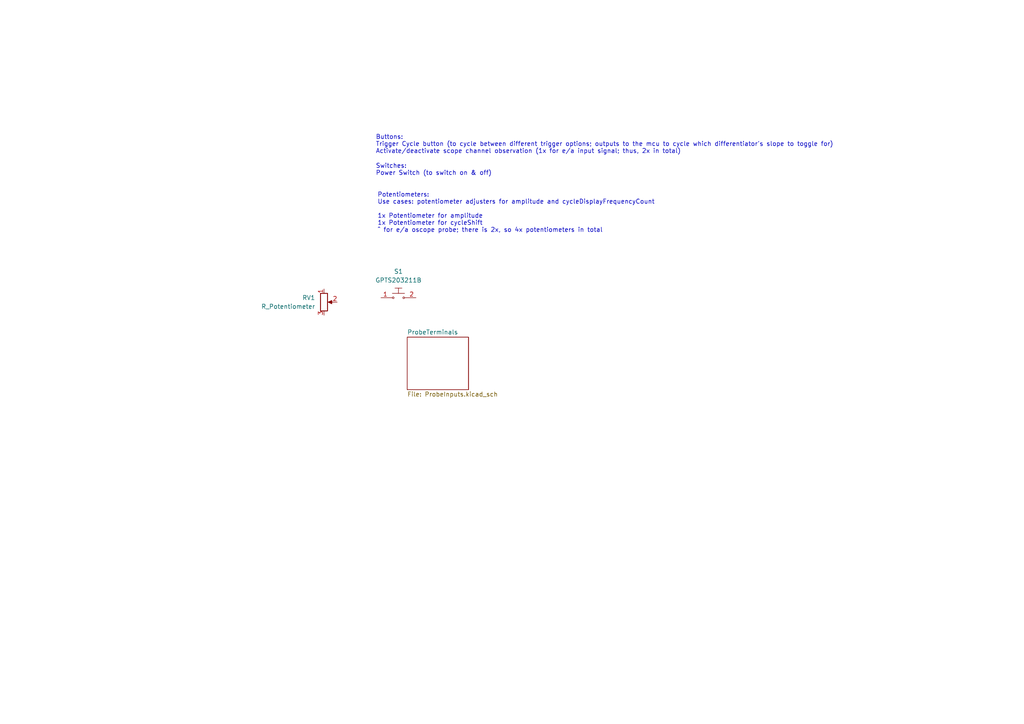
<source format=kicad_sch>
(kicad_sch (version 20231120) (generator "eeschema") (generator_version "8.0")
  (paper "A4")
  (lib_symbols
    (symbol "Device:R_Potentiometer" (pin_names (offset 1.016) hide)
      (property "Reference" "RV" (at -4.445 0 90))
      (property "Value" "R_Potentiometer" (at -2.54 0 90))
      (symbol "R_Potentiometer_0_1"
        (polyline (pts (xy 2.54 0) (xy 1.524 0)))
        (polyline (pts (xy 1.143 0) (xy 2.286 0.508) (xy 2.286 -0.508) (xy 1.143 0)) (fill (type outline)))
        (rectangle (start 1.016 2.54) (end -1.016 -2.54) (stroke (width 0.254)))
      )
      (symbol "R_Potentiometer_1_1"
        (pin passive line (at 0 3.81 270) (length 1.27) (name "1") (number "1"))
        (pin passive line (at 3.81 0 180) (length 1.27) (name "2") (number "2"))
        (pin passive line (at 0 -3.81 90) (length 1.27) (name "3") (number "3"))
      )
    )
    (symbol "dk_Pushbutton-Switches:GPTS203211B" (pin_names (offset 1.016))
      (property "Reference" "S" (at -3.81 3.81 0))
      (property "Value" "GPTS203211B" (at 0 -2.54 0))
      (symbol "GPTS203211B_0_1"
        (circle (center -1.524 0) (radius 0.254))
        (polyline (pts (xy -2.54 0) (xy -1.778 0)))
        (polyline (pts (xy -1.778 1.27) (xy 1.778 1.27)))
        (polyline (pts (xy -1.016 2.794) (xy 1.016 2.794)))
        (polyline (pts (xy 0 1.27) (xy 0 2.794)))
        (polyline (pts (xy 2.54 0) (xy 1.778 0)))
        (circle (center 1.524 0) (radius 0.254))
      )
      (symbol "GPTS203211B_1_1"
        (pin passive line (at -5.08 0 0) (length 2.54) (name "~") (number "1"))
        (pin passive line (at 5.08 0 180) (length 2.54) (name "~") (number "2"))
      )
    )
  )
  (text "Potentiometers:\nUse cases: potentiometer adjusters for amplitude and cycleDisplayFrequencyCount\n\n1x Potentiometer for amplitude\n1x Potentiometer for cycleShift\n^ for e/a oscope probe; there is 2x, so 4x potentiometers in total" (at 109.474 61.722 0) (effects (font (size 1.27 1.27)) (justify left)))
  (text "Switches:\nPower Switch (to switch on & off)" (at 108.966 49.276 0) (effects (font (size 1.27 1.27)) (justify left)))
  (text "Buttons:\nTrigger Cycle button (to cycle between different trigger options; outputs to the mcu to cycle which differentiator's slope to toggle for)\nActivate/deactivate scope channel observation (1x for e/a input signal; thus, 2x in total)" (at 108.966 41.91 0) (effects (font (size 1.27 1.27)) (justify left)))
  (symbol (lib_id "dk_Pushbutton-Switches:GPTS203211B") (at 115.57 86.36 0) (unit 1)
    (property "Reference" "S1" (at 115.57 78.74 0))
    (property "Value" "GPTS203211B" (at 115.57 81.28 0))
    (property "Footprint" "digikey-footprints:PushButton_12x12mm_THT_GPTS203211B" (effects (hide yes)))
    (property "Datasheet" "http://switches-connectors-custom.cwind.com/Asset/GPTS203211BR2.pdf" (effects (hide yes)))
    (property "Description" "SWITCH PUSHBUTTON SPST 1A 30V" (effects (hide yes)))
    (property "Digi-Key_PN" "CW181-ND" (effects (hide yes)))
    (property "MPN" "GPTS203211B" (effects (hide yes)))
    (property "Category" "Switches" (effects (hide yes)))
    (property "Family" "Pushbutton Switches" (effects (hide yes)))
    (property "DK_Datasheet_Link" "http://switches-connectors-custom.cwind.com/Asset/GPTS203211BR2.pdf" (effects (hide yes)))
    (property "DK_Detail_Page" "/product-detail/en/cw-industries/GPTS203211B/CW181-ND/3190590" (effects (hide yes)))
    (property "Description_1" "SWITCH PUSHBUTTON SPST 1A 30V" (effects (hide yes)))
    (property "Manufacturer" "CW Industries" (effects (hide yes)))
    (property "Status" "Active" (effects (hide yes)))
  )
  (symbol (lib_id "Device:R_Potentiometer") (at 93.98 87.63 0) (unit 1)
    (property "Reference" "RV1" (at 91.44 86.3599 0) (effects (justify right)))
    (property "Value" "R_Potentiometer" (at 91.44 88.8999 0) (effects (justify right)))
    (property "Description" "Potentiometer" (effects (hide yes)))
  )
  (sheet (at 118.11 97.79) (size 17.78 15.24) (stroke (width 0.1524))
    (property "Sheetname" "ProbeTerminals" (at 118.11 97.0784 0) (effects (justify left bottom)))
    (property "Sheetfile" "ProbeInputs.kicad_sch" (at 118.11 113.6146 0) (effects (justify left top)))
  )
)
</source>
